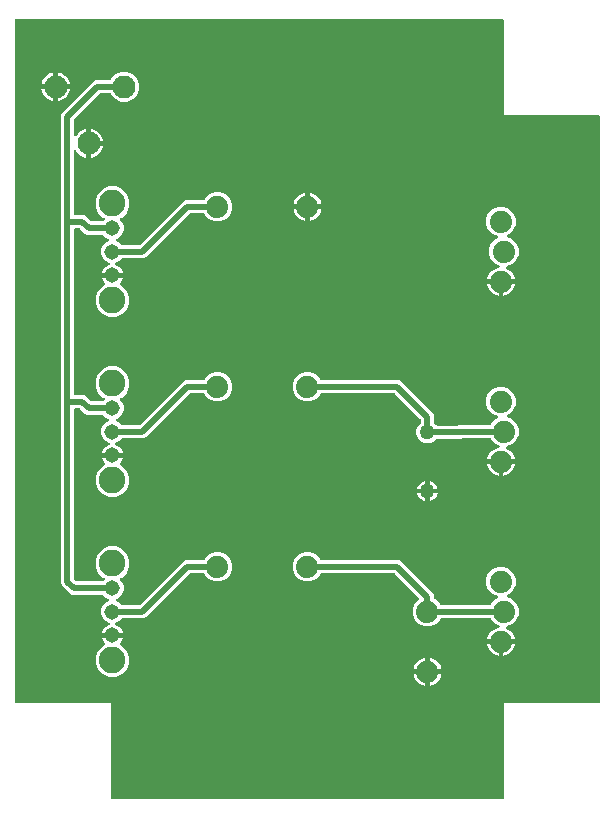
<source format=gbr>
G04 EAGLE Gerber RS-274X export*
G75*
%MOMM*%
%FSLAX34Y34*%
%LPD*%
%INTop Copper*%
%IPPOS*%
%AMOC8*
5,1,8,0,0,1.08239X$1,22.5*%
G01*
%ADD10C,1.258000*%
%ADD11C,1.950000*%
%ADD12C,1.879600*%
%ADD13C,1.308000*%
%ADD14C,2.250000*%
%ADD15C,0.508000*%
%ADD16C,0.756400*%

G36*
X419158Y6105D02*
X419158Y6105D01*
X419216Y6103D01*
X419298Y6125D01*
X419382Y6137D01*
X419435Y6160D01*
X419491Y6175D01*
X419564Y6218D01*
X419641Y6253D01*
X419686Y6291D01*
X419736Y6320D01*
X419794Y6382D01*
X419858Y6436D01*
X419890Y6485D01*
X419930Y6528D01*
X419969Y6603D01*
X420016Y6673D01*
X420033Y6729D01*
X420060Y6781D01*
X420071Y6849D01*
X420101Y6944D01*
X420104Y7044D01*
X420115Y7112D01*
X420115Y87885D01*
X500888Y87885D01*
X500946Y87893D01*
X501004Y87891D01*
X501086Y87913D01*
X501170Y87925D01*
X501223Y87949D01*
X501279Y87963D01*
X501352Y88006D01*
X501429Y88041D01*
X501474Y88079D01*
X501524Y88109D01*
X501582Y88170D01*
X501646Y88225D01*
X501678Y88273D01*
X501718Y88316D01*
X501757Y88391D01*
X501804Y88461D01*
X501821Y88517D01*
X501848Y88569D01*
X501859Y88637D01*
X501889Y88732D01*
X501892Y88832D01*
X501903Y88900D01*
X501903Y584200D01*
X501895Y584258D01*
X501897Y584316D01*
X501875Y584398D01*
X501863Y584482D01*
X501840Y584535D01*
X501825Y584591D01*
X501782Y584664D01*
X501747Y584741D01*
X501709Y584786D01*
X501680Y584836D01*
X501618Y584894D01*
X501564Y584958D01*
X501515Y584990D01*
X501472Y585030D01*
X501397Y585069D01*
X501327Y585116D01*
X501271Y585133D01*
X501219Y585160D01*
X501151Y585171D01*
X501056Y585201D01*
X500956Y585204D01*
X500888Y585215D01*
X420115Y585215D01*
X420115Y665988D01*
X420107Y666046D01*
X420109Y666104D01*
X420087Y666186D01*
X420075Y666270D01*
X420052Y666323D01*
X420037Y666379D01*
X419994Y666452D01*
X419959Y666529D01*
X419921Y666574D01*
X419892Y666624D01*
X419830Y666682D01*
X419776Y666746D01*
X419727Y666778D01*
X419684Y666818D01*
X419609Y666857D01*
X419539Y666904D01*
X419483Y666921D01*
X419431Y666948D01*
X419363Y666959D01*
X419268Y666989D01*
X419168Y666992D01*
X419100Y667003D01*
X7112Y667003D01*
X7054Y666995D01*
X6996Y666997D01*
X6914Y666975D01*
X6830Y666963D01*
X6777Y666940D01*
X6721Y666925D01*
X6648Y666882D01*
X6571Y666847D01*
X6526Y666809D01*
X6476Y666780D01*
X6418Y666718D01*
X6354Y666664D01*
X6322Y666615D01*
X6282Y666572D01*
X6243Y666497D01*
X6196Y666427D01*
X6179Y666371D01*
X6152Y666319D01*
X6141Y666251D01*
X6111Y666156D01*
X6108Y666056D01*
X6097Y665988D01*
X6097Y88900D01*
X6105Y88842D01*
X6103Y88784D01*
X6125Y88702D01*
X6137Y88619D01*
X6160Y88565D01*
X6175Y88509D01*
X6218Y88436D01*
X6253Y88359D01*
X6291Y88314D01*
X6320Y88264D01*
X6382Y88206D01*
X6436Y88142D01*
X6485Y88110D01*
X6528Y88070D01*
X6603Y88031D01*
X6673Y87985D01*
X6729Y87967D01*
X6781Y87940D01*
X6849Y87929D01*
X6944Y87899D01*
X7044Y87896D01*
X7112Y87885D01*
X87885Y87885D01*
X87885Y7112D01*
X87893Y7054D01*
X87891Y6996D01*
X87913Y6914D01*
X87925Y6830D01*
X87949Y6777D01*
X87963Y6721D01*
X88006Y6648D01*
X88041Y6571D01*
X88079Y6526D01*
X88109Y6476D01*
X88170Y6418D01*
X88225Y6354D01*
X88273Y6322D01*
X88316Y6282D01*
X88391Y6243D01*
X88461Y6196D01*
X88517Y6179D01*
X88569Y6152D01*
X88637Y6141D01*
X88732Y6111D01*
X88832Y6108D01*
X88900Y6097D01*
X419100Y6097D01*
X419158Y6105D01*
G37*
%LPC*%
G36*
X88891Y146366D02*
X88891Y146366D01*
X88867Y146419D01*
X88853Y146475D01*
X88809Y146548D01*
X88775Y146625D01*
X88737Y146670D01*
X88707Y146720D01*
X88646Y146778D01*
X88591Y146842D01*
X88543Y146874D01*
X88500Y146914D01*
X88425Y146953D01*
X88355Y147000D01*
X88299Y147017D01*
X88247Y147044D01*
X88179Y147055D01*
X88084Y147085D01*
X87984Y147088D01*
X87916Y147099D01*
X80039Y147099D01*
X80168Y147749D01*
X80853Y149401D01*
X81847Y150889D01*
X83111Y152153D01*
X84599Y153147D01*
X86344Y153870D01*
X86453Y153905D01*
X86464Y153913D01*
X86477Y153917D01*
X86582Y153992D01*
X86689Y154063D01*
X86697Y154074D01*
X86709Y154082D01*
X86789Y154182D01*
X86872Y154281D01*
X86877Y154293D01*
X86886Y154304D01*
X86935Y154423D01*
X86987Y154541D01*
X86989Y154554D01*
X86994Y154567D01*
X87008Y154695D01*
X87026Y154822D01*
X87024Y154836D01*
X87026Y154850D01*
X87004Y154976D01*
X86985Y155104D01*
X86980Y155116D01*
X86977Y155130D01*
X86921Y155246D01*
X86868Y155363D01*
X86859Y155373D01*
X86853Y155386D01*
X86767Y155481D01*
X86684Y155579D01*
X86673Y155586D01*
X86663Y155597D01*
X86422Y155747D01*
X86409Y155751D01*
X86399Y155757D01*
X83468Y156971D01*
X80771Y159668D01*
X79311Y163193D01*
X79311Y167007D01*
X80771Y170532D01*
X83468Y173229D01*
X85721Y174162D01*
X85746Y174177D01*
X85774Y174186D01*
X85869Y174249D01*
X85966Y174307D01*
X85986Y174328D01*
X86010Y174344D01*
X86083Y174431D01*
X86161Y174513D01*
X86175Y174539D01*
X86193Y174562D01*
X86240Y174665D01*
X86291Y174766D01*
X86297Y174795D01*
X86309Y174822D01*
X86324Y174934D01*
X86346Y175045D01*
X86344Y175074D01*
X86348Y175103D01*
X86332Y175215D01*
X86322Y175328D01*
X86311Y175356D01*
X86307Y175384D01*
X86261Y175487D01*
X86220Y175593D01*
X86202Y175617D01*
X86190Y175644D01*
X86117Y175730D01*
X86048Y175820D01*
X86025Y175838D01*
X86006Y175860D01*
X85939Y175902D01*
X85821Y175990D01*
X85762Y176012D01*
X85721Y176038D01*
X83468Y176971D01*
X81226Y179214D01*
X81156Y179266D01*
X81092Y179326D01*
X81042Y179352D01*
X80998Y179385D01*
X80917Y179416D01*
X80839Y179456D01*
X80791Y179464D01*
X80733Y179486D01*
X80585Y179498D01*
X80508Y179511D01*
X55088Y179511D01*
X53034Y180362D01*
X46062Y187334D01*
X45211Y189388D01*
X45211Y585312D01*
X46062Y587366D01*
X73034Y614338D01*
X75088Y615189D01*
X86683Y615189D01*
X86685Y615189D01*
X86686Y615189D01*
X86827Y615209D01*
X86965Y615229D01*
X86966Y615229D01*
X86968Y615229D01*
X87096Y615287D01*
X87224Y615345D01*
X87225Y615346D01*
X87227Y615347D01*
X87334Y615438D01*
X87441Y615528D01*
X87442Y615530D01*
X87443Y615531D01*
X87451Y615544D01*
X87599Y615765D01*
X87608Y615794D01*
X87621Y615815D01*
X88050Y616850D01*
X91650Y620450D01*
X96354Y622399D01*
X101446Y622399D01*
X106150Y620450D01*
X109750Y616850D01*
X111699Y612146D01*
X111699Y607054D01*
X109750Y602350D01*
X106150Y598750D01*
X101446Y596801D01*
X96354Y596801D01*
X91650Y598750D01*
X88050Y602350D01*
X87621Y603385D01*
X87620Y603386D01*
X87620Y603387D01*
X87552Y603503D01*
X87477Y603629D01*
X87476Y603630D01*
X87475Y603632D01*
X87371Y603729D01*
X87270Y603825D01*
X87269Y603825D01*
X87268Y603826D01*
X87142Y603891D01*
X87017Y603955D01*
X87016Y603955D01*
X87014Y603956D01*
X87000Y603958D01*
X86738Y604010D01*
X86708Y604007D01*
X86683Y604011D01*
X78935Y604011D01*
X78849Y603999D01*
X78761Y603996D01*
X78709Y603979D01*
X78654Y603971D01*
X78574Y603936D01*
X78491Y603909D01*
X78452Y603881D01*
X78395Y603855D01*
X78281Y603759D01*
X78218Y603714D01*
X56686Y582182D01*
X56634Y582113D01*
X56574Y582049D01*
X56548Y581999D01*
X56515Y581955D01*
X56484Y581874D01*
X56444Y581796D01*
X56436Y581748D01*
X56414Y581690D01*
X56402Y581542D01*
X56389Y581465D01*
X56389Y568347D01*
X56395Y568301D01*
X56393Y568255D01*
X56415Y568161D01*
X56429Y568065D01*
X56447Y568023D01*
X56458Y567978D01*
X56505Y567894D01*
X56545Y567806D01*
X56575Y567771D01*
X56597Y567730D01*
X56666Y567662D01*
X56728Y567589D01*
X56767Y567563D01*
X56800Y567531D01*
X56885Y567485D01*
X56965Y567431D01*
X57009Y567417D01*
X57050Y567395D01*
X57144Y567375D01*
X57236Y567345D01*
X57282Y567344D01*
X57328Y567334D01*
X57424Y567341D01*
X57520Y567338D01*
X57565Y567350D01*
X57611Y567353D01*
X57702Y567386D01*
X57795Y567410D01*
X57835Y567434D01*
X57879Y567449D01*
X57957Y567506D01*
X58040Y567555D01*
X58071Y567589D01*
X58109Y567616D01*
X58154Y567677D01*
X58234Y567763D01*
X58272Y567837D01*
X58309Y567886D01*
X58388Y568042D01*
X59525Y569607D01*
X60893Y570975D01*
X62458Y572112D01*
X64182Y572990D01*
X66022Y573588D01*
X66869Y573722D01*
X66869Y562616D01*
X66877Y562558D01*
X66875Y562500D01*
X66897Y562418D01*
X66909Y562335D01*
X66933Y562281D01*
X66947Y562225D01*
X66990Y562152D01*
X67025Y562075D01*
X67063Y562031D01*
X67093Y561980D01*
X67154Y561923D01*
X67209Y561858D01*
X67257Y561826D01*
X67300Y561786D01*
X67375Y561747D01*
X67445Y561701D01*
X67501Y561683D01*
X67553Y561656D01*
X67621Y561645D01*
X67716Y561615D01*
X67816Y561612D01*
X67884Y561601D01*
X68901Y561601D01*
X68901Y561599D01*
X67884Y561599D01*
X67826Y561591D01*
X67768Y561592D01*
X67686Y561571D01*
X67603Y561559D01*
X67549Y561535D01*
X67493Y561521D01*
X67420Y561478D01*
X67343Y561443D01*
X67298Y561405D01*
X67248Y561375D01*
X67190Y561314D01*
X67126Y561259D01*
X67094Y561211D01*
X67054Y561168D01*
X67015Y561093D01*
X66969Y561023D01*
X66951Y560967D01*
X66924Y560915D01*
X66913Y560847D01*
X66883Y560752D01*
X66880Y560652D01*
X66869Y560584D01*
X66869Y549478D01*
X66022Y549612D01*
X64182Y550210D01*
X62458Y551088D01*
X60893Y552225D01*
X59525Y553593D01*
X58388Y555158D01*
X58309Y555314D01*
X58282Y555352D01*
X58263Y555394D01*
X58201Y555468D01*
X58145Y555547D01*
X58109Y555576D01*
X58079Y555611D01*
X57999Y555665D01*
X57924Y555725D01*
X57881Y555743D01*
X57843Y555769D01*
X57751Y555798D01*
X57662Y555835D01*
X57616Y555841D01*
X57572Y555855D01*
X57475Y555857D01*
X57379Y555868D01*
X57334Y555861D01*
X57288Y555862D01*
X57194Y555838D01*
X57099Y555822D01*
X57057Y555802D01*
X57013Y555790D01*
X56930Y555741D01*
X56843Y555699D01*
X56808Y555668D01*
X56768Y555645D01*
X56702Y555575D01*
X56630Y555510D01*
X56605Y555471D01*
X56574Y555437D01*
X56530Y555352D01*
X56478Y555270D01*
X56465Y555226D01*
X56444Y555184D01*
X56432Y555110D01*
X56399Y554997D01*
X56399Y554913D01*
X56389Y554853D01*
X56389Y501904D01*
X56397Y501846D01*
X56395Y501788D01*
X56417Y501706D01*
X56429Y501622D01*
X56452Y501569D01*
X56467Y501513D01*
X56510Y501440D01*
X56545Y501363D01*
X56583Y501318D01*
X56612Y501268D01*
X56674Y501210D01*
X56728Y501146D01*
X56777Y501114D01*
X56820Y501074D01*
X56895Y501035D01*
X56965Y500988D01*
X57021Y500971D01*
X57073Y500944D01*
X57141Y500933D01*
X57236Y500903D01*
X57336Y500900D01*
X57404Y500889D01*
X64612Y500889D01*
X66666Y500038D01*
X70918Y495786D01*
X70987Y495734D01*
X71051Y495674D01*
X71101Y495648D01*
X71145Y495615D01*
X71226Y495584D01*
X71304Y495544D01*
X71352Y495536D01*
X71410Y495514D01*
X71558Y495502D01*
X71635Y495489D01*
X80508Y495489D01*
X80594Y495501D01*
X80682Y495504D01*
X80734Y495521D01*
X80789Y495529D01*
X80869Y495564D01*
X80952Y495591D01*
X80992Y495619D01*
X81049Y495645D01*
X81162Y495741D01*
X81226Y495786D01*
X82142Y496703D01*
X82211Y496794D01*
X82285Y496882D01*
X82297Y496908D01*
X82313Y496930D01*
X82354Y497037D01*
X82401Y497142D01*
X82405Y497170D01*
X82414Y497196D01*
X82424Y497310D01*
X82440Y497424D01*
X82436Y497451D01*
X82438Y497479D01*
X82415Y497592D01*
X82399Y497705D01*
X82388Y497730D01*
X82382Y497758D01*
X82329Y497860D01*
X82282Y497964D01*
X82264Y497985D01*
X82251Y498010D01*
X82172Y498093D01*
X82098Y498181D01*
X82076Y498194D01*
X82055Y498216D01*
X81826Y498351D01*
X81813Y498359D01*
X80800Y498778D01*
X76778Y502800D01*
X74601Y508056D01*
X74601Y513744D01*
X76778Y519000D01*
X80800Y523022D01*
X86056Y525199D01*
X91744Y525199D01*
X97000Y523022D01*
X101022Y519000D01*
X103199Y513744D01*
X103199Y508056D01*
X101022Y502800D01*
X97000Y498778D01*
X95987Y498359D01*
X95888Y498300D01*
X95786Y498247D01*
X95766Y498228D01*
X95742Y498214D01*
X95663Y498131D01*
X95580Y498052D01*
X95566Y498028D01*
X95547Y498008D01*
X95494Y497905D01*
X95436Y497806D01*
X95430Y497780D01*
X95417Y497755D01*
X95395Y497642D01*
X95366Y497531D01*
X95367Y497503D01*
X95362Y497476D01*
X95372Y497361D01*
X95375Y497247D01*
X95384Y497220D01*
X95386Y497193D01*
X95427Y497086D01*
X95463Y496976D01*
X95477Y496956D01*
X95488Y496927D01*
X95649Y496716D01*
X95658Y496703D01*
X97029Y495332D01*
X98489Y491807D01*
X98489Y487993D01*
X97029Y484468D01*
X94332Y481771D01*
X92079Y480838D01*
X92054Y480823D01*
X92026Y480814D01*
X91932Y480751D01*
X91834Y480693D01*
X91814Y480672D01*
X91790Y480656D01*
X91717Y480569D01*
X91639Y480487D01*
X91625Y480461D01*
X91607Y480438D01*
X91561Y480335D01*
X91509Y480234D01*
X91503Y480205D01*
X91491Y480178D01*
X91476Y480066D01*
X91454Y479955D01*
X91456Y479926D01*
X91452Y479897D01*
X91468Y479785D01*
X91478Y479672D01*
X91489Y479645D01*
X91493Y479615D01*
X91539Y479512D01*
X91580Y479407D01*
X91598Y479383D01*
X91610Y479356D01*
X91683Y479270D01*
X91752Y479180D01*
X91775Y479162D01*
X91794Y479140D01*
X91861Y479098D01*
X91979Y479010D01*
X92038Y478988D01*
X92079Y478962D01*
X94332Y478029D01*
X96574Y475786D01*
X96644Y475734D01*
X96708Y475674D01*
X96757Y475648D01*
X96802Y475615D01*
X96883Y475584D01*
X96961Y475544D01*
X97009Y475536D01*
X97067Y475514D01*
X97215Y475502D01*
X97292Y475489D01*
X111565Y475489D01*
X111651Y475501D01*
X111739Y475504D01*
X111791Y475521D01*
X111846Y475529D01*
X111926Y475564D01*
X112009Y475591D01*
X112048Y475619D01*
X112105Y475645D01*
X112219Y475741D01*
X112282Y475786D01*
X149234Y512738D01*
X151288Y513589D01*
X165964Y513589D01*
X165966Y513589D01*
X165967Y513589D01*
X166108Y513609D01*
X166246Y513629D01*
X166247Y513629D01*
X166249Y513629D01*
X166377Y513687D01*
X166505Y513745D01*
X166506Y513746D01*
X166508Y513747D01*
X166615Y513838D01*
X166722Y513928D01*
X166723Y513930D01*
X166724Y513931D01*
X166732Y513944D01*
X166880Y514165D01*
X166889Y514194D01*
X166902Y514215D01*
X167248Y515051D01*
X170749Y518552D01*
X175324Y520447D01*
X180276Y520447D01*
X184851Y518552D01*
X188352Y515051D01*
X190247Y510476D01*
X190247Y505524D01*
X188352Y500949D01*
X184851Y497448D01*
X180276Y495553D01*
X175324Y495553D01*
X170749Y497448D01*
X167248Y500949D01*
X166902Y501785D01*
X166901Y501786D01*
X166901Y501787D01*
X166832Y501904D01*
X166758Y502029D01*
X166757Y502030D01*
X166756Y502032D01*
X166652Y502129D01*
X166551Y502225D01*
X166550Y502225D01*
X166549Y502226D01*
X166423Y502291D01*
X166298Y502355D01*
X166297Y502355D01*
X166295Y502356D01*
X166281Y502358D01*
X166019Y502410D01*
X165989Y502407D01*
X165964Y502411D01*
X155135Y502411D01*
X155049Y502399D01*
X154961Y502396D01*
X154909Y502379D01*
X154854Y502371D01*
X154774Y502336D01*
X154691Y502309D01*
X154652Y502281D01*
X154595Y502255D01*
X154481Y502159D01*
X154418Y502114D01*
X117466Y465162D01*
X115412Y464311D01*
X97292Y464311D01*
X97206Y464299D01*
X97118Y464296D01*
X97066Y464279D01*
X97011Y464271D01*
X96931Y464236D01*
X96848Y464209D01*
X96808Y464181D01*
X96751Y464155D01*
X96638Y464059D01*
X96574Y464014D01*
X94332Y461771D01*
X91401Y460557D01*
X91290Y460492D01*
X91177Y460429D01*
X91168Y460420D01*
X91156Y460413D01*
X91067Y460319D01*
X90977Y460228D01*
X90970Y460216D01*
X90961Y460206D01*
X90902Y460092D01*
X90840Y459979D01*
X90837Y459965D01*
X90830Y459953D01*
X90806Y459827D01*
X90777Y459701D01*
X90778Y459688D01*
X90775Y459674D01*
X90786Y459546D01*
X90794Y459418D01*
X90799Y459405D01*
X90800Y459391D01*
X90846Y459271D01*
X90889Y459150D01*
X90897Y459138D01*
X90902Y459126D01*
X90979Y459023D01*
X91054Y458918D01*
X91065Y458910D01*
X91074Y458899D01*
X91176Y458822D01*
X91278Y458742D01*
X91289Y458738D01*
X91301Y458729D01*
X91456Y458670D01*
X93201Y457947D01*
X94689Y456953D01*
X95953Y455689D01*
X96947Y454201D01*
X97632Y452549D01*
X97761Y451899D01*
X89884Y451899D01*
X89826Y451891D01*
X89768Y451893D01*
X89686Y451871D01*
X89603Y451859D01*
X89549Y451836D01*
X89493Y451821D01*
X89420Y451778D01*
X89343Y451743D01*
X89299Y451705D01*
X89248Y451676D01*
X89191Y451614D01*
X89126Y451560D01*
X89094Y451511D01*
X89054Y451468D01*
X89015Y451393D01*
X88969Y451323D01*
X88951Y451267D01*
X88924Y451215D01*
X88913Y451147D01*
X88900Y451105D01*
X88891Y451166D01*
X88867Y451219D01*
X88853Y451275D01*
X88809Y451348D01*
X88775Y451425D01*
X88737Y451470D01*
X88707Y451520D01*
X88646Y451578D01*
X88591Y451642D01*
X88543Y451674D01*
X88500Y451714D01*
X88425Y451753D01*
X88355Y451800D01*
X88299Y451817D01*
X88247Y451844D01*
X88179Y451855D01*
X88084Y451885D01*
X87984Y451888D01*
X87916Y451899D01*
X80039Y451899D01*
X80168Y452549D01*
X80853Y454201D01*
X81847Y455689D01*
X83111Y456953D01*
X84599Y457947D01*
X86344Y458670D01*
X86453Y458705D01*
X86464Y458713D01*
X86477Y458717D01*
X86582Y458792D01*
X86689Y458863D01*
X86697Y458874D01*
X86709Y458882D01*
X86789Y458982D01*
X86872Y459081D01*
X86877Y459093D01*
X86886Y459104D01*
X86935Y459223D01*
X86987Y459341D01*
X86989Y459354D01*
X86994Y459367D01*
X87008Y459495D01*
X87026Y459622D01*
X87024Y459636D01*
X87026Y459649D01*
X87004Y459776D01*
X86985Y459904D01*
X86980Y459916D01*
X86977Y459930D01*
X86921Y460046D01*
X86868Y460163D01*
X86859Y460173D01*
X86853Y460185D01*
X86767Y460281D01*
X86684Y460379D01*
X86673Y460386D01*
X86663Y460397D01*
X86422Y460547D01*
X86409Y460551D01*
X86399Y460557D01*
X83468Y461771D01*
X80771Y464468D01*
X79311Y467993D01*
X79311Y471807D01*
X80771Y475332D01*
X83468Y478029D01*
X85721Y478962D01*
X85746Y478977D01*
X85774Y478986D01*
X85869Y479049D01*
X85966Y479107D01*
X85986Y479128D01*
X86010Y479144D01*
X86083Y479231D01*
X86161Y479313D01*
X86175Y479339D01*
X86193Y479362D01*
X86240Y479465D01*
X86291Y479566D01*
X86297Y479595D01*
X86309Y479622D01*
X86324Y479734D01*
X86346Y479845D01*
X86344Y479874D01*
X86348Y479903D01*
X86332Y480015D01*
X86322Y480128D01*
X86311Y480156D01*
X86307Y480184D01*
X86261Y480287D01*
X86220Y480393D01*
X86202Y480417D01*
X86190Y480444D01*
X86117Y480530D01*
X86048Y480620D01*
X86025Y480638D01*
X86006Y480660D01*
X85939Y480702D01*
X85821Y480790D01*
X85762Y480812D01*
X85721Y480838D01*
X83468Y481771D01*
X81226Y484014D01*
X81156Y484066D01*
X81092Y484126D01*
X81043Y484152D01*
X80998Y484185D01*
X80917Y484216D01*
X80839Y484256D01*
X80791Y484264D01*
X80733Y484286D01*
X80585Y484298D01*
X80508Y484311D01*
X67788Y484311D01*
X65734Y485162D01*
X61482Y489414D01*
X61413Y489466D01*
X61349Y489526D01*
X61299Y489552D01*
X61255Y489585D01*
X61174Y489616D01*
X61096Y489656D01*
X61048Y489664D01*
X60990Y489686D01*
X60842Y489698D01*
X60765Y489711D01*
X57404Y489711D01*
X57346Y489703D01*
X57288Y489705D01*
X57206Y489683D01*
X57122Y489671D01*
X57069Y489648D01*
X57013Y489633D01*
X56940Y489590D01*
X56863Y489555D01*
X56818Y489517D01*
X56768Y489488D01*
X56710Y489426D01*
X56646Y489372D01*
X56614Y489323D01*
X56574Y489280D01*
X56535Y489205D01*
X56488Y489135D01*
X56471Y489079D01*
X56444Y489027D01*
X56433Y488959D01*
X56403Y488864D01*
X56400Y488764D01*
X56389Y488696D01*
X56389Y349504D01*
X56397Y349446D01*
X56395Y349388D01*
X56417Y349306D01*
X56429Y349222D01*
X56452Y349169D01*
X56467Y349113D01*
X56510Y349040D01*
X56545Y348963D01*
X56583Y348918D01*
X56612Y348868D01*
X56674Y348810D01*
X56728Y348746D01*
X56777Y348714D01*
X56820Y348674D01*
X56895Y348635D01*
X56965Y348588D01*
X57021Y348571D01*
X57073Y348544D01*
X57141Y348533D01*
X57236Y348503D01*
X57336Y348500D01*
X57404Y348489D01*
X64612Y348489D01*
X66666Y347638D01*
X70918Y343386D01*
X70987Y343334D01*
X71051Y343274D01*
X71101Y343248D01*
X71145Y343215D01*
X71226Y343184D01*
X71304Y343144D01*
X71352Y343136D01*
X71410Y343114D01*
X71558Y343102D01*
X71635Y343089D01*
X80508Y343089D01*
X80594Y343101D01*
X80682Y343104D01*
X80734Y343121D01*
X80789Y343129D01*
X80869Y343164D01*
X80952Y343191D01*
X80991Y343219D01*
X81049Y343245D01*
X81162Y343341D01*
X81226Y343386D01*
X82142Y344303D01*
X82211Y344395D01*
X82285Y344482D01*
X82297Y344508D01*
X82313Y344530D01*
X82354Y344637D01*
X82401Y344742D01*
X82405Y344770D01*
X82414Y344796D01*
X82424Y344910D01*
X82440Y345024D01*
X82436Y345051D01*
X82438Y345079D01*
X82415Y345191D01*
X82399Y345305D01*
X82388Y345330D01*
X82382Y345358D01*
X82329Y345460D01*
X82282Y345564D01*
X82264Y345585D01*
X82251Y345610D01*
X82172Y345693D01*
X82098Y345781D01*
X82076Y345794D01*
X82055Y345816D01*
X81826Y345951D01*
X81813Y345959D01*
X80800Y346378D01*
X76778Y350400D01*
X74601Y355656D01*
X74601Y361344D01*
X76778Y366600D01*
X80800Y370622D01*
X86056Y372799D01*
X91744Y372799D01*
X97000Y370622D01*
X101022Y366600D01*
X103199Y361344D01*
X103199Y355656D01*
X101022Y350400D01*
X97000Y346378D01*
X95987Y345959D01*
X95888Y345900D01*
X95786Y345847D01*
X95766Y345828D01*
X95742Y345814D01*
X95663Y345731D01*
X95580Y345652D01*
X95566Y345628D01*
X95547Y345608D01*
X95494Y345505D01*
X95436Y345406D01*
X95430Y345380D01*
X95417Y345355D01*
X95395Y345242D01*
X95366Y345131D01*
X95367Y345103D01*
X95362Y345076D01*
X95372Y344961D01*
X95375Y344847D01*
X95384Y344820D01*
X95386Y344793D01*
X95427Y344686D01*
X95463Y344576D01*
X95477Y344556D01*
X95488Y344527D01*
X95649Y344316D01*
X95658Y344303D01*
X97029Y342932D01*
X98489Y339407D01*
X98489Y335593D01*
X97029Y332068D01*
X94332Y329371D01*
X92079Y328438D01*
X92054Y328423D01*
X92026Y328414D01*
X91932Y328351D01*
X91834Y328293D01*
X91814Y328272D01*
X91790Y328256D01*
X91717Y328169D01*
X91639Y328087D01*
X91625Y328061D01*
X91607Y328038D01*
X91561Y327935D01*
X91509Y327834D01*
X91503Y327805D01*
X91491Y327778D01*
X91476Y327666D01*
X91454Y327555D01*
X91456Y327526D01*
X91452Y327497D01*
X91468Y327385D01*
X91478Y327272D01*
X91489Y327245D01*
X91493Y327215D01*
X91539Y327112D01*
X91580Y327007D01*
X91598Y326983D01*
X91610Y326956D01*
X91683Y326870D01*
X91752Y326780D01*
X91775Y326762D01*
X91794Y326740D01*
X91861Y326698D01*
X91979Y326610D01*
X92038Y326588D01*
X92079Y326562D01*
X94332Y325629D01*
X96574Y323386D01*
X96644Y323334D01*
X96708Y323274D01*
X96757Y323248D01*
X96802Y323215D01*
X96883Y323184D01*
X96961Y323144D01*
X97009Y323136D01*
X97067Y323114D01*
X97215Y323102D01*
X97292Y323089D01*
X111565Y323089D01*
X111651Y323101D01*
X111739Y323104D01*
X111791Y323121D01*
X111846Y323129D01*
X111926Y323164D01*
X112009Y323191D01*
X112048Y323219D01*
X112105Y323245D01*
X112219Y323341D01*
X112282Y323386D01*
X149234Y360338D01*
X151288Y361189D01*
X165964Y361189D01*
X165966Y361189D01*
X165967Y361189D01*
X166108Y361209D01*
X166246Y361229D01*
X166247Y361229D01*
X166249Y361229D01*
X166377Y361287D01*
X166505Y361345D01*
X166506Y361346D01*
X166508Y361347D01*
X166615Y361438D01*
X166722Y361528D01*
X166723Y361530D01*
X166724Y361531D01*
X166732Y361544D01*
X166880Y361765D01*
X166889Y361794D01*
X166902Y361815D01*
X167248Y362651D01*
X170749Y366152D01*
X175324Y368047D01*
X180276Y368047D01*
X184851Y366152D01*
X188352Y362651D01*
X190247Y358076D01*
X190247Y353124D01*
X188352Y348549D01*
X184851Y345048D01*
X180276Y343153D01*
X175324Y343153D01*
X170749Y345048D01*
X167248Y348549D01*
X166902Y349385D01*
X166901Y349386D01*
X166901Y349387D01*
X166832Y349504D01*
X166758Y349629D01*
X166757Y349630D01*
X166756Y349632D01*
X166652Y349729D01*
X166551Y349825D01*
X166550Y349825D01*
X166549Y349826D01*
X166423Y349891D01*
X166298Y349955D01*
X166297Y349955D01*
X166295Y349956D01*
X166281Y349958D01*
X166019Y350010D01*
X165989Y350007D01*
X165964Y350011D01*
X155135Y350011D01*
X155049Y349999D01*
X154961Y349996D01*
X154909Y349979D01*
X154854Y349971D01*
X154774Y349936D01*
X154691Y349909D01*
X154652Y349881D01*
X154595Y349855D01*
X154481Y349759D01*
X154418Y349714D01*
X117466Y312762D01*
X115412Y311911D01*
X97292Y311911D01*
X97206Y311899D01*
X97118Y311896D01*
X97066Y311879D01*
X97011Y311871D01*
X96931Y311836D01*
X96848Y311809D01*
X96808Y311781D01*
X96751Y311755D01*
X96638Y311659D01*
X96574Y311614D01*
X94332Y309371D01*
X91401Y308157D01*
X91290Y308092D01*
X91177Y308029D01*
X91168Y308020D01*
X91156Y308013D01*
X91068Y307919D01*
X90977Y307828D01*
X90970Y307816D01*
X90961Y307806D01*
X90902Y307691D01*
X90840Y307579D01*
X90837Y307565D01*
X90830Y307553D01*
X90806Y307427D01*
X90777Y307301D01*
X90778Y307288D01*
X90775Y307274D01*
X90787Y307146D01*
X90794Y307018D01*
X90799Y307005D01*
X90800Y306991D01*
X90846Y306871D01*
X90889Y306750D01*
X90897Y306739D01*
X90902Y306726D01*
X90979Y306623D01*
X91054Y306518D01*
X91065Y306510D01*
X91074Y306499D01*
X91176Y306422D01*
X91277Y306342D01*
X91289Y306338D01*
X91301Y306329D01*
X91456Y306271D01*
X91456Y306270D01*
X93201Y305547D01*
X94689Y304553D01*
X95953Y303289D01*
X96947Y301801D01*
X97632Y300149D01*
X97761Y299499D01*
X89884Y299499D01*
X89826Y299491D01*
X89768Y299493D01*
X89686Y299471D01*
X89603Y299459D01*
X89549Y299436D01*
X89493Y299421D01*
X89420Y299378D01*
X89343Y299343D01*
X89299Y299305D01*
X89248Y299276D01*
X89191Y299214D01*
X89126Y299160D01*
X89094Y299111D01*
X89054Y299068D01*
X89015Y298993D01*
X88969Y298923D01*
X88951Y298867D01*
X88924Y298815D01*
X88913Y298747D01*
X88900Y298705D01*
X88891Y298766D01*
X88867Y298819D01*
X88853Y298875D01*
X88809Y298948D01*
X88775Y299025D01*
X88737Y299070D01*
X88707Y299120D01*
X88646Y299178D01*
X88591Y299242D01*
X88543Y299274D01*
X88500Y299314D01*
X88425Y299353D01*
X88355Y299400D01*
X88299Y299417D01*
X88247Y299444D01*
X88179Y299455D01*
X88084Y299485D01*
X87984Y299488D01*
X87916Y299499D01*
X80039Y299499D01*
X80168Y300149D01*
X80853Y301801D01*
X81847Y303289D01*
X83111Y304553D01*
X84599Y305547D01*
X86344Y306270D01*
X86453Y306305D01*
X86464Y306313D01*
X86477Y306317D01*
X86582Y306392D01*
X86689Y306463D01*
X86697Y306474D01*
X86709Y306482D01*
X86789Y306582D01*
X86872Y306681D01*
X86877Y306693D01*
X86886Y306704D01*
X86935Y306823D01*
X86987Y306941D01*
X86989Y306954D01*
X86994Y306967D01*
X87008Y307095D01*
X87026Y307222D01*
X87024Y307236D01*
X87026Y307250D01*
X87004Y307376D01*
X86985Y307504D01*
X86980Y307516D01*
X86977Y307530D01*
X86921Y307646D01*
X86868Y307763D01*
X86859Y307773D01*
X86853Y307786D01*
X86767Y307881D01*
X86684Y307979D01*
X86673Y307986D01*
X86663Y307997D01*
X86422Y308147D01*
X86409Y308151D01*
X86399Y308157D01*
X83468Y309371D01*
X80771Y312068D01*
X79311Y315593D01*
X79311Y319407D01*
X80771Y322932D01*
X83468Y325629D01*
X85721Y326562D01*
X85746Y326577D01*
X85774Y326586D01*
X85869Y326649D01*
X85966Y326707D01*
X85986Y326728D01*
X86010Y326744D01*
X86083Y326831D01*
X86161Y326913D01*
X86175Y326939D01*
X86193Y326962D01*
X86240Y327065D01*
X86291Y327166D01*
X86297Y327195D01*
X86309Y327222D01*
X86324Y327334D01*
X86346Y327445D01*
X86344Y327474D01*
X86348Y327503D01*
X86332Y327615D01*
X86322Y327728D01*
X86311Y327756D01*
X86307Y327784D01*
X86261Y327887D01*
X86220Y327993D01*
X86202Y328017D01*
X86190Y328044D01*
X86117Y328130D01*
X86048Y328220D01*
X86025Y328238D01*
X86006Y328260D01*
X85939Y328302D01*
X85821Y328390D01*
X85762Y328412D01*
X85721Y328438D01*
X83468Y329371D01*
X81226Y331614D01*
X81156Y331666D01*
X81092Y331726D01*
X81042Y331752D01*
X80998Y331785D01*
X80917Y331816D01*
X80839Y331856D01*
X80791Y331864D01*
X80733Y331886D01*
X80585Y331898D01*
X80508Y331911D01*
X67788Y331911D01*
X65734Y332762D01*
X61482Y337014D01*
X61413Y337066D01*
X61349Y337126D01*
X61299Y337152D01*
X61255Y337185D01*
X61174Y337216D01*
X61096Y337256D01*
X61048Y337264D01*
X60990Y337286D01*
X60842Y337298D01*
X60765Y337311D01*
X57404Y337311D01*
X57346Y337303D01*
X57288Y337305D01*
X57206Y337283D01*
X57122Y337271D01*
X57069Y337248D01*
X57013Y337233D01*
X56940Y337190D01*
X56863Y337155D01*
X56818Y337117D01*
X56768Y337088D01*
X56710Y337026D01*
X56646Y336972D01*
X56614Y336923D01*
X56574Y336880D01*
X56535Y336805D01*
X56488Y336735D01*
X56471Y336679D01*
X56444Y336627D01*
X56433Y336559D01*
X56403Y336464D01*
X56400Y336364D01*
X56389Y336296D01*
X56389Y193235D01*
X56401Y193149D01*
X56404Y193061D01*
X56421Y193009D01*
X56429Y192954D01*
X56464Y192874D01*
X56491Y192791D01*
X56519Y192752D01*
X56545Y192695D01*
X56641Y192581D01*
X56686Y192518D01*
X58218Y190986D01*
X58287Y190934D01*
X58351Y190874D01*
X58401Y190848D01*
X58445Y190815D01*
X58526Y190784D01*
X58604Y190744D01*
X58652Y190736D01*
X58710Y190714D01*
X58858Y190702D01*
X58935Y190689D01*
X80508Y190689D01*
X80594Y190701D01*
X80682Y190704D01*
X80734Y190721D01*
X80789Y190729D01*
X80869Y190764D01*
X80952Y190791D01*
X80991Y190819D01*
X81049Y190845D01*
X81162Y190941D01*
X81226Y190986D01*
X82142Y191903D01*
X82211Y191995D01*
X82285Y192082D01*
X82297Y192108D01*
X82313Y192130D01*
X82354Y192237D01*
X82401Y192342D01*
X82405Y192370D01*
X82414Y192396D01*
X82424Y192510D01*
X82440Y192624D01*
X82436Y192651D01*
X82438Y192679D01*
X82415Y192791D01*
X82399Y192905D01*
X82388Y192930D01*
X82382Y192958D01*
X82329Y193060D01*
X82282Y193164D01*
X82264Y193185D01*
X82251Y193210D01*
X82172Y193293D01*
X82098Y193381D01*
X82076Y193394D01*
X82055Y193416D01*
X81826Y193551D01*
X81813Y193559D01*
X80800Y193978D01*
X76778Y198000D01*
X74601Y203256D01*
X74601Y208944D01*
X76778Y214200D01*
X80800Y218222D01*
X86056Y220399D01*
X91744Y220399D01*
X97000Y218222D01*
X101022Y214200D01*
X103199Y208944D01*
X103199Y203256D01*
X101022Y198000D01*
X97000Y193978D01*
X95987Y193559D01*
X95888Y193500D01*
X95786Y193447D01*
X95766Y193428D01*
X95742Y193414D01*
X95663Y193331D01*
X95580Y193252D01*
X95566Y193228D01*
X95547Y193208D01*
X95494Y193105D01*
X95436Y193006D01*
X95430Y192980D01*
X95417Y192955D01*
X95395Y192842D01*
X95366Y192731D01*
X95367Y192703D01*
X95362Y192676D01*
X95372Y192561D01*
X95375Y192447D01*
X95384Y192420D01*
X95386Y192393D01*
X95427Y192286D01*
X95463Y192176D01*
X95477Y192156D01*
X95488Y192127D01*
X95649Y191916D01*
X95658Y191903D01*
X97029Y190532D01*
X98489Y187007D01*
X98489Y183193D01*
X97029Y179668D01*
X94332Y176971D01*
X92079Y176038D01*
X92054Y176023D01*
X92026Y176014D01*
X91932Y175951D01*
X91834Y175893D01*
X91814Y175872D01*
X91790Y175856D01*
X91717Y175769D01*
X91639Y175687D01*
X91625Y175661D01*
X91607Y175638D01*
X91561Y175535D01*
X91509Y175434D01*
X91503Y175405D01*
X91491Y175378D01*
X91476Y175266D01*
X91454Y175155D01*
X91456Y175126D01*
X91452Y175097D01*
X91468Y174985D01*
X91478Y174872D01*
X91489Y174845D01*
X91493Y174815D01*
X91539Y174712D01*
X91580Y174607D01*
X91598Y174583D01*
X91610Y174556D01*
X91683Y174470D01*
X91752Y174380D01*
X91775Y174362D01*
X91794Y174340D01*
X91861Y174298D01*
X91979Y174210D01*
X92038Y174188D01*
X92079Y174162D01*
X94332Y173229D01*
X96574Y170986D01*
X96644Y170934D01*
X96708Y170874D01*
X96758Y170848D01*
X96802Y170815D01*
X96883Y170784D01*
X96961Y170744D01*
X97009Y170736D01*
X97067Y170714D01*
X97215Y170702D01*
X97292Y170689D01*
X111565Y170689D01*
X111651Y170701D01*
X111739Y170704D01*
X111791Y170721D01*
X111846Y170729D01*
X111926Y170764D01*
X112009Y170791D01*
X112048Y170819D01*
X112105Y170845D01*
X112219Y170941D01*
X112282Y170986D01*
X147519Y206223D01*
X149234Y207938D01*
X151288Y208789D01*
X165964Y208789D01*
X165966Y208789D01*
X165967Y208789D01*
X166108Y208809D01*
X166246Y208829D01*
X166247Y208829D01*
X166249Y208829D01*
X166377Y208887D01*
X166505Y208945D01*
X166506Y208946D01*
X166508Y208947D01*
X166615Y209038D01*
X166722Y209128D01*
X166723Y209130D01*
X166724Y209131D01*
X166732Y209144D01*
X166880Y209365D01*
X166889Y209394D01*
X166902Y209415D01*
X167248Y210251D01*
X170749Y213752D01*
X175324Y215647D01*
X180276Y215647D01*
X184851Y213752D01*
X188352Y210251D01*
X190247Y205676D01*
X190247Y200724D01*
X188352Y196149D01*
X184851Y192648D01*
X180276Y190753D01*
X175324Y190753D01*
X170749Y192648D01*
X167248Y196149D01*
X166902Y196985D01*
X166901Y196986D01*
X166901Y196987D01*
X166830Y197108D01*
X166758Y197229D01*
X166757Y197230D01*
X166756Y197232D01*
X166652Y197329D01*
X166551Y197425D01*
X166550Y197425D01*
X166549Y197426D01*
X166423Y197491D01*
X166298Y197555D01*
X166297Y197555D01*
X166295Y197556D01*
X166281Y197558D01*
X166019Y197610D01*
X165989Y197607D01*
X165964Y197611D01*
X155135Y197611D01*
X155049Y197599D01*
X154961Y197596D01*
X154909Y197579D01*
X154854Y197571D01*
X154774Y197536D01*
X154691Y197509D01*
X154652Y197481D01*
X154595Y197455D01*
X154481Y197359D01*
X154418Y197314D01*
X117466Y160362D01*
X115412Y159511D01*
X97292Y159511D01*
X97206Y159499D01*
X97118Y159496D01*
X97066Y159479D01*
X97011Y159471D01*
X96931Y159436D01*
X96848Y159409D01*
X96809Y159381D01*
X96751Y159355D01*
X96638Y159259D01*
X96574Y159214D01*
X94332Y156971D01*
X91401Y155757D01*
X91290Y155692D01*
X91177Y155629D01*
X91168Y155620D01*
X91156Y155613D01*
X91068Y155519D01*
X90977Y155428D01*
X90970Y155416D01*
X90961Y155406D01*
X90902Y155291D01*
X90840Y155179D01*
X90837Y155165D01*
X90830Y155153D01*
X90806Y155027D01*
X90777Y154901D01*
X90778Y154888D01*
X90775Y154874D01*
X90787Y154746D01*
X90794Y154618D01*
X90799Y154605D01*
X90800Y154591D01*
X90846Y154471D01*
X90889Y154350D01*
X90897Y154339D01*
X90902Y154326D01*
X90979Y154223D01*
X91054Y154118D01*
X91065Y154110D01*
X91074Y154099D01*
X91176Y154022D01*
X91277Y153942D01*
X91289Y153938D01*
X91301Y153929D01*
X91456Y153871D01*
X91456Y153870D01*
X93201Y153147D01*
X94689Y152153D01*
X95953Y150889D01*
X96947Y149401D01*
X97632Y147749D01*
X97761Y147099D01*
X89884Y147099D01*
X89826Y147091D01*
X89768Y147093D01*
X89686Y147071D01*
X89603Y147059D01*
X89549Y147036D01*
X89493Y147021D01*
X89420Y146978D01*
X89343Y146943D01*
X89299Y146905D01*
X89248Y146876D01*
X89191Y146814D01*
X89126Y146760D01*
X89094Y146711D01*
X89054Y146668D01*
X89015Y146593D01*
X88969Y146523D01*
X88951Y146467D01*
X88924Y146415D01*
X88913Y146347D01*
X88900Y146305D01*
X88891Y146366D01*
G37*
%LPD*%
%LPC*%
G36*
X417829Y139699D02*
X417829Y139699D01*
X417829Y140716D01*
X417821Y140774D01*
X417822Y140832D01*
X417801Y140914D01*
X417789Y140997D01*
X417765Y141051D01*
X417751Y141107D01*
X417708Y141180D01*
X417673Y141257D01*
X417635Y141302D01*
X417605Y141352D01*
X417544Y141410D01*
X417489Y141474D01*
X417441Y141506D01*
X417398Y141546D01*
X417323Y141585D01*
X417253Y141631D01*
X417197Y141649D01*
X417145Y141676D01*
X417077Y141687D01*
X416982Y141717D01*
X416882Y141720D01*
X416814Y141731D01*
X406064Y141731D01*
X406185Y142496D01*
X406766Y144283D01*
X407619Y145957D01*
X408724Y147478D01*
X410052Y148806D01*
X411573Y149911D01*
X413247Y150764D01*
X415034Y151345D01*
X415833Y151471D01*
X415839Y151473D01*
X415845Y151473D01*
X415975Y151515D01*
X416105Y151555D01*
X416110Y151558D01*
X416116Y151560D01*
X416229Y151636D01*
X416343Y151710D01*
X416347Y151715D01*
X416352Y151718D01*
X416440Y151823D01*
X416528Y151925D01*
X416531Y151931D01*
X416535Y151936D01*
X416590Y152060D01*
X416647Y152184D01*
X416648Y152190D01*
X416650Y152196D01*
X416669Y152330D01*
X416689Y152465D01*
X416688Y152471D01*
X416689Y152477D01*
X416670Y152610D01*
X416652Y152747D01*
X416650Y152752D01*
X416649Y152758D01*
X416593Y152882D01*
X416538Y153007D01*
X416534Y153012D01*
X416532Y153018D01*
X416443Y153121D01*
X416356Y153226D01*
X416351Y153229D01*
X416347Y153234D01*
X416310Y153257D01*
X416121Y153385D01*
X416087Y153397D01*
X416063Y153412D01*
X413319Y154548D01*
X409818Y158049D01*
X409472Y158885D01*
X409471Y158886D01*
X409471Y158887D01*
X409400Y159008D01*
X409328Y159129D01*
X409327Y159130D01*
X409326Y159132D01*
X409222Y159229D01*
X409121Y159325D01*
X409120Y159325D01*
X409119Y159326D01*
X408993Y159391D01*
X408868Y159455D01*
X408867Y159455D01*
X408865Y159456D01*
X408851Y159458D01*
X408589Y159510D01*
X408559Y159507D01*
X408534Y159511D01*
X367436Y159511D01*
X367434Y159511D01*
X367433Y159511D01*
X367292Y159491D01*
X367154Y159471D01*
X367153Y159471D01*
X367151Y159471D01*
X367023Y159413D01*
X366895Y159355D01*
X366894Y159354D01*
X366892Y159353D01*
X366785Y159262D01*
X366678Y159172D01*
X366677Y159170D01*
X366676Y159169D01*
X366668Y159156D01*
X366520Y158935D01*
X366511Y158906D01*
X366498Y158885D01*
X366152Y158049D01*
X362651Y154548D01*
X358076Y152653D01*
X353124Y152653D01*
X348549Y154548D01*
X345048Y158049D01*
X343153Y162624D01*
X343153Y167576D01*
X345048Y172151D01*
X348479Y175581D01*
X348514Y175628D01*
X348557Y175668D01*
X348599Y175741D01*
X348650Y175809D01*
X348671Y175863D01*
X348700Y175914D01*
X348721Y175995D01*
X348751Y176074D01*
X348756Y176133D01*
X348770Y176189D01*
X348768Y176274D01*
X348775Y176358D01*
X348763Y176415D01*
X348761Y176473D01*
X348736Y176554D01*
X348719Y176636D01*
X348692Y176688D01*
X348674Y176744D01*
X348634Y176800D01*
X348588Y176889D01*
X348519Y176961D01*
X348479Y177017D01*
X328182Y197314D01*
X328113Y197366D01*
X328049Y197426D01*
X327999Y197452D01*
X327955Y197485D01*
X327874Y197516D01*
X327796Y197556D01*
X327748Y197564D01*
X327690Y197586D01*
X327542Y197598D01*
X327465Y197611D01*
X265836Y197611D01*
X265834Y197611D01*
X265833Y197611D01*
X265692Y197591D01*
X265554Y197571D01*
X265553Y197571D01*
X265551Y197571D01*
X265423Y197513D01*
X265295Y197455D01*
X265294Y197454D01*
X265292Y197453D01*
X265185Y197362D01*
X265078Y197272D01*
X265077Y197270D01*
X265076Y197269D01*
X265068Y197256D01*
X264920Y197035D01*
X264911Y197006D01*
X264898Y196985D01*
X264552Y196149D01*
X261051Y192648D01*
X256476Y190753D01*
X251524Y190753D01*
X246949Y192648D01*
X243448Y196149D01*
X241553Y200724D01*
X241553Y205676D01*
X243448Y210251D01*
X246949Y213752D01*
X251524Y215647D01*
X256476Y215647D01*
X261051Y213752D01*
X264552Y210251D01*
X264898Y209415D01*
X264899Y209414D01*
X264899Y209413D01*
X264970Y209292D01*
X265042Y209171D01*
X265043Y209170D01*
X265044Y209168D01*
X265148Y209071D01*
X265249Y208975D01*
X265250Y208975D01*
X265251Y208974D01*
X265377Y208909D01*
X265502Y208845D01*
X265503Y208845D01*
X265505Y208844D01*
X265519Y208842D01*
X265781Y208790D01*
X265811Y208793D01*
X265836Y208789D01*
X331312Y208789D01*
X333366Y207938D01*
X360338Y180966D01*
X361189Y178912D01*
X361189Y176936D01*
X361189Y176934D01*
X361189Y176933D01*
X361209Y176792D01*
X361229Y176654D01*
X361229Y176653D01*
X361229Y176651D01*
X361287Y176523D01*
X361345Y176395D01*
X361346Y176394D01*
X361347Y176392D01*
X361438Y176285D01*
X361528Y176178D01*
X361530Y176177D01*
X361531Y176176D01*
X361544Y176168D01*
X361765Y176020D01*
X361794Y176011D01*
X361815Y175998D01*
X362651Y175652D01*
X366152Y172151D01*
X366498Y171315D01*
X366499Y171314D01*
X366499Y171313D01*
X366570Y171192D01*
X366642Y171071D01*
X366643Y171070D01*
X366644Y171068D01*
X366748Y170971D01*
X366849Y170875D01*
X366850Y170875D01*
X366851Y170874D01*
X366977Y170809D01*
X367102Y170745D01*
X367103Y170745D01*
X367105Y170744D01*
X367119Y170742D01*
X367381Y170690D01*
X367411Y170693D01*
X367436Y170689D01*
X408534Y170689D01*
X408536Y170689D01*
X408537Y170689D01*
X408678Y170709D01*
X408816Y170729D01*
X408817Y170729D01*
X408819Y170729D01*
X408947Y170787D01*
X409075Y170845D01*
X409076Y170846D01*
X409078Y170847D01*
X409185Y170938D01*
X409292Y171028D01*
X409293Y171030D01*
X409294Y171031D01*
X409302Y171044D01*
X409450Y171265D01*
X409459Y171294D01*
X409472Y171315D01*
X409818Y172151D01*
X413319Y175652D01*
X414971Y176336D01*
X414996Y176351D01*
X415024Y176360D01*
X415119Y176423D01*
X415216Y176480D01*
X415236Y176502D01*
X415261Y176518D01*
X415334Y176605D01*
X415411Y176687D01*
X415425Y176713D01*
X415444Y176736D01*
X415490Y176839D01*
X415541Y176940D01*
X415547Y176969D01*
X415559Y176995D01*
X415575Y177108D01*
X415596Y177219D01*
X415594Y177248D01*
X415598Y177277D01*
X415582Y177389D01*
X415572Y177502D01*
X415561Y177529D01*
X415557Y177558D01*
X415511Y177661D01*
X415470Y177767D01*
X415452Y177791D01*
X415440Y177818D01*
X415367Y177904D01*
X415298Y177994D01*
X415275Y178012D01*
X415256Y178034D01*
X415189Y178075D01*
X415071Y178164D01*
X415012Y178186D01*
X414971Y178212D01*
X410779Y179948D01*
X407278Y183449D01*
X405383Y188024D01*
X405383Y192976D01*
X407278Y197551D01*
X410779Y201052D01*
X415354Y202947D01*
X420306Y202947D01*
X424881Y201052D01*
X428382Y197551D01*
X430277Y192976D01*
X430277Y188024D01*
X428382Y183449D01*
X424881Y179948D01*
X423229Y179264D01*
X423204Y179249D01*
X423176Y179240D01*
X423081Y179177D01*
X422984Y179120D01*
X422964Y179098D01*
X422939Y179082D01*
X422866Y178995D01*
X422789Y178913D01*
X422775Y178887D01*
X422756Y178864D01*
X422710Y178761D01*
X422659Y178660D01*
X422653Y178631D01*
X422641Y178605D01*
X422625Y178492D01*
X422604Y178381D01*
X422606Y178352D01*
X422602Y178323D01*
X422618Y178211D01*
X422628Y178098D01*
X422639Y178071D01*
X422643Y178042D01*
X422689Y177939D01*
X422730Y177833D01*
X422748Y177809D01*
X422760Y177782D01*
X422833Y177696D01*
X422902Y177606D01*
X422925Y177588D01*
X422944Y177566D01*
X423011Y177525D01*
X423129Y177436D01*
X423188Y177414D01*
X423229Y177388D01*
X427421Y175652D01*
X430922Y172151D01*
X432817Y167576D01*
X432817Y162624D01*
X430922Y158049D01*
X427421Y154548D01*
X422828Y152646D01*
X422748Y152627D01*
X422652Y152613D01*
X422610Y152595D01*
X422565Y152584D01*
X422481Y152537D01*
X422393Y152497D01*
X422358Y152467D01*
X422317Y152445D01*
X422250Y152376D01*
X422176Y152314D01*
X422150Y152275D01*
X422118Y152242D01*
X422072Y152157D01*
X422018Y152077D01*
X422004Y152033D01*
X421982Y151992D01*
X421962Y151898D01*
X421933Y151806D01*
X421931Y151760D01*
X421921Y151715D01*
X421928Y151618D01*
X421925Y151522D01*
X421937Y151477D01*
X421940Y151431D01*
X421973Y151340D01*
X421997Y151247D01*
X422021Y151207D01*
X422036Y151163D01*
X422093Y151085D01*
X422142Y151002D01*
X422176Y150971D01*
X422203Y150933D01*
X422264Y150888D01*
X422350Y150808D01*
X422424Y150770D01*
X422473Y150733D01*
X424087Y149911D01*
X425608Y148806D01*
X426936Y147478D01*
X428041Y145957D01*
X428894Y144283D01*
X429475Y142496D01*
X429596Y141731D01*
X418846Y141731D01*
X418788Y141723D01*
X418730Y141725D01*
X418648Y141703D01*
X418565Y141691D01*
X418511Y141667D01*
X418455Y141653D01*
X418382Y141610D01*
X418305Y141575D01*
X418261Y141537D01*
X418210Y141507D01*
X418153Y141446D01*
X418088Y141391D01*
X418056Y141343D01*
X418016Y141300D01*
X417977Y141225D01*
X417931Y141155D01*
X417913Y141099D01*
X417886Y141047D01*
X417875Y140979D01*
X417845Y140884D01*
X417842Y140784D01*
X417831Y140716D01*
X417831Y139699D01*
X417829Y139699D01*
G37*
%LPD*%
%LPC*%
G36*
X417829Y292099D02*
X417829Y292099D01*
X417829Y293116D01*
X417821Y293174D01*
X417822Y293232D01*
X417801Y293314D01*
X417789Y293397D01*
X417765Y293451D01*
X417751Y293507D01*
X417708Y293580D01*
X417673Y293657D01*
X417635Y293702D01*
X417605Y293752D01*
X417544Y293810D01*
X417489Y293874D01*
X417441Y293906D01*
X417398Y293946D01*
X417323Y293985D01*
X417253Y294031D01*
X417197Y294049D01*
X417145Y294076D01*
X417077Y294087D01*
X416982Y294117D01*
X416882Y294120D01*
X416814Y294131D01*
X406064Y294131D01*
X406185Y294896D01*
X406766Y296683D01*
X407619Y298357D01*
X408724Y299878D01*
X410052Y301206D01*
X411573Y302311D01*
X413247Y303164D01*
X415034Y303745D01*
X415833Y303871D01*
X415839Y303873D01*
X415845Y303873D01*
X415975Y303915D01*
X416105Y303955D01*
X416110Y303958D01*
X416116Y303960D01*
X416229Y304036D01*
X416343Y304110D01*
X416347Y304115D01*
X416352Y304118D01*
X416440Y304223D01*
X416528Y304325D01*
X416531Y304331D01*
X416535Y304336D01*
X416590Y304460D01*
X416647Y304584D01*
X416648Y304590D01*
X416650Y304596D01*
X416669Y304730D01*
X416689Y304865D01*
X416688Y304871D01*
X416689Y304877D01*
X416670Y305010D01*
X416652Y305147D01*
X416649Y305152D01*
X416649Y305158D01*
X416593Y305282D01*
X416538Y305407D01*
X416534Y305412D01*
X416532Y305418D01*
X416443Y305521D01*
X416356Y305626D01*
X416351Y305629D01*
X416347Y305634D01*
X416310Y305657D01*
X416121Y305785D01*
X416087Y305797D01*
X416063Y305812D01*
X413319Y306948D01*
X409818Y310449D01*
X409472Y311285D01*
X409471Y311286D01*
X409471Y311287D01*
X409400Y311408D01*
X409328Y311529D01*
X409327Y311530D01*
X409326Y311532D01*
X409222Y311629D01*
X409121Y311725D01*
X409120Y311725D01*
X409119Y311726D01*
X408993Y311791D01*
X408868Y311855D01*
X408867Y311855D01*
X408865Y311856D01*
X408851Y311858D01*
X408589Y311910D01*
X408559Y311907D01*
X408534Y311911D01*
X384949Y311911D01*
X384919Y311907D01*
X384888Y311909D01*
X384811Y311892D01*
X384668Y311871D01*
X384609Y311845D01*
X384561Y311834D01*
X383782Y311511D01*
X363639Y311511D01*
X363552Y311499D01*
X363465Y311496D01*
X363412Y311479D01*
X363357Y311471D01*
X363277Y311436D01*
X363194Y311409D01*
X363155Y311381D01*
X363098Y311355D01*
X362985Y311259D01*
X362921Y311214D01*
X360890Y309183D01*
X357458Y307761D01*
X353742Y307761D01*
X350310Y309183D01*
X347683Y311810D01*
X346261Y315242D01*
X346261Y318958D01*
X347683Y322390D01*
X349714Y324421D01*
X349766Y324491D01*
X349826Y324555D01*
X349852Y324604D01*
X349885Y324648D01*
X349916Y324730D01*
X349956Y324808D01*
X349964Y324855D01*
X349986Y324914D01*
X349998Y325061D01*
X350011Y325139D01*
X350011Y327465D01*
X349999Y327551D01*
X349996Y327639D01*
X349979Y327691D01*
X349971Y327746D01*
X349936Y327826D01*
X349909Y327909D01*
X349881Y327948D01*
X349855Y328005D01*
X349759Y328119D01*
X349714Y328182D01*
X328182Y349714D01*
X328113Y349766D01*
X328049Y349826D01*
X327999Y349852D01*
X327955Y349885D01*
X327874Y349916D01*
X327796Y349956D01*
X327748Y349964D01*
X327690Y349986D01*
X327542Y349998D01*
X327465Y350011D01*
X265836Y350011D01*
X265834Y350011D01*
X265833Y350011D01*
X265692Y349991D01*
X265554Y349971D01*
X265553Y349971D01*
X265551Y349971D01*
X265423Y349913D01*
X265295Y349855D01*
X265294Y349854D01*
X265292Y349853D01*
X265185Y349762D01*
X265078Y349672D01*
X265077Y349670D01*
X265076Y349669D01*
X265068Y349656D01*
X264920Y349435D01*
X264911Y349406D01*
X264898Y349385D01*
X264552Y348549D01*
X261051Y345048D01*
X256476Y343153D01*
X251524Y343153D01*
X246949Y345048D01*
X243448Y348549D01*
X241553Y353124D01*
X241553Y358076D01*
X243448Y362651D01*
X246949Y366152D01*
X251524Y368047D01*
X256476Y368047D01*
X261051Y366152D01*
X264552Y362651D01*
X264898Y361815D01*
X264899Y361814D01*
X264899Y361813D01*
X264970Y361692D01*
X265042Y361571D01*
X265043Y361570D01*
X265044Y361568D01*
X265148Y361471D01*
X265249Y361375D01*
X265250Y361375D01*
X265251Y361374D01*
X265377Y361309D01*
X265502Y361245D01*
X265503Y361245D01*
X265505Y361244D01*
X265519Y361242D01*
X265781Y361190D01*
X265811Y361193D01*
X265836Y361189D01*
X331312Y361189D01*
X333366Y360338D01*
X360338Y333366D01*
X361189Y331312D01*
X361189Y325139D01*
X361201Y325052D01*
X361204Y324965D01*
X361221Y324912D01*
X361229Y324857D01*
X361264Y324777D01*
X361291Y324694D01*
X361319Y324655D01*
X361345Y324598D01*
X361441Y324485D01*
X361486Y324421D01*
X362921Y322986D01*
X362991Y322934D01*
X363055Y322874D01*
X363104Y322848D01*
X363148Y322815D01*
X363230Y322784D01*
X363308Y322744D01*
X363355Y322736D01*
X363414Y322714D01*
X363561Y322702D01*
X363639Y322689D01*
X380791Y322689D01*
X380821Y322693D01*
X380852Y322691D01*
X380929Y322708D01*
X381072Y322729D01*
X381131Y322755D01*
X381179Y322766D01*
X381958Y323089D01*
X408534Y323089D01*
X408536Y323089D01*
X408537Y323089D01*
X408678Y323109D01*
X408816Y323129D01*
X408817Y323129D01*
X408819Y323129D01*
X408947Y323187D01*
X409075Y323245D01*
X409076Y323246D01*
X409078Y323247D01*
X409185Y323338D01*
X409292Y323428D01*
X409293Y323430D01*
X409294Y323431D01*
X409302Y323444D01*
X409450Y323665D01*
X409459Y323694D01*
X409472Y323715D01*
X409818Y324551D01*
X413319Y328052D01*
X414971Y328736D01*
X414996Y328751D01*
X415024Y328760D01*
X415119Y328823D01*
X415216Y328880D01*
X415236Y328902D01*
X415261Y328918D01*
X415334Y329005D01*
X415411Y329087D01*
X415425Y329113D01*
X415444Y329136D01*
X415490Y329239D01*
X415541Y329340D01*
X415547Y329369D01*
X415559Y329395D01*
X415575Y329508D01*
X415596Y329619D01*
X415594Y329648D01*
X415598Y329677D01*
X415582Y329789D01*
X415572Y329902D01*
X415561Y329929D01*
X415557Y329958D01*
X415511Y330061D01*
X415470Y330167D01*
X415452Y330191D01*
X415440Y330218D01*
X415367Y330304D01*
X415298Y330394D01*
X415275Y330412D01*
X415256Y330434D01*
X415189Y330476D01*
X415071Y330564D01*
X415012Y330586D01*
X414971Y330612D01*
X410779Y332348D01*
X407278Y335849D01*
X405383Y340424D01*
X405383Y345376D01*
X407278Y349951D01*
X410779Y353452D01*
X415354Y355347D01*
X420306Y355347D01*
X424881Y353452D01*
X428382Y349951D01*
X430277Y345376D01*
X430277Y340424D01*
X428382Y335849D01*
X424881Y332348D01*
X423229Y331664D01*
X423204Y331649D01*
X423176Y331640D01*
X423081Y331577D01*
X422984Y331520D01*
X422964Y331498D01*
X422939Y331482D01*
X422866Y331395D01*
X422789Y331313D01*
X422775Y331287D01*
X422756Y331264D01*
X422710Y331161D01*
X422659Y331060D01*
X422653Y331031D01*
X422641Y331005D01*
X422625Y330892D01*
X422604Y330781D01*
X422606Y330752D01*
X422602Y330723D01*
X422618Y330611D01*
X422628Y330498D01*
X422639Y330471D01*
X422643Y330442D01*
X422689Y330339D01*
X422730Y330233D01*
X422748Y330209D01*
X422760Y330182D01*
X422833Y330096D01*
X422902Y330006D01*
X422925Y329988D01*
X422944Y329966D01*
X423011Y329924D01*
X423129Y329836D01*
X423188Y329814D01*
X423229Y329788D01*
X427421Y328052D01*
X430922Y324551D01*
X432817Y319976D01*
X432817Y315024D01*
X430922Y310449D01*
X427421Y306948D01*
X422828Y305046D01*
X422748Y305027D01*
X422652Y305013D01*
X422610Y304995D01*
X422565Y304984D01*
X422481Y304937D01*
X422393Y304897D01*
X422358Y304867D01*
X422317Y304845D01*
X422250Y304776D01*
X422176Y304714D01*
X422150Y304675D01*
X422118Y304642D01*
X422072Y304557D01*
X422018Y304477D01*
X422004Y304433D01*
X421982Y304392D01*
X421962Y304298D01*
X421933Y304206D01*
X421931Y304160D01*
X421922Y304115D01*
X421928Y304018D01*
X421925Y303922D01*
X421937Y303877D01*
X421940Y303831D01*
X421973Y303740D01*
X421997Y303647D01*
X422021Y303607D01*
X422036Y303563D01*
X422093Y303485D01*
X422142Y303402D01*
X422176Y303371D01*
X422203Y303333D01*
X422264Y303288D01*
X422350Y303208D01*
X422424Y303170D01*
X422473Y303133D01*
X424087Y302311D01*
X425608Y301206D01*
X426936Y299878D01*
X428041Y298357D01*
X428894Y296683D01*
X429475Y294896D01*
X429596Y294131D01*
X418846Y294131D01*
X418788Y294123D01*
X418730Y294125D01*
X418648Y294103D01*
X418565Y294091D01*
X418511Y294067D01*
X418455Y294053D01*
X418382Y294010D01*
X418305Y293975D01*
X418261Y293937D01*
X418210Y293907D01*
X418153Y293846D01*
X418088Y293791D01*
X418056Y293743D01*
X418016Y293700D01*
X417977Y293625D01*
X417931Y293555D01*
X417913Y293499D01*
X417886Y293447D01*
X417875Y293379D01*
X417845Y293284D01*
X417842Y293184D01*
X417831Y293116D01*
X417831Y292099D01*
X417829Y292099D01*
G37*
%LPD*%
%LPC*%
G36*
X417829Y444499D02*
X417829Y444499D01*
X417829Y445516D01*
X417821Y445574D01*
X417822Y445632D01*
X417801Y445714D01*
X417789Y445797D01*
X417765Y445851D01*
X417751Y445907D01*
X417708Y445980D01*
X417673Y446057D01*
X417635Y446102D01*
X417605Y446152D01*
X417544Y446210D01*
X417489Y446274D01*
X417441Y446306D01*
X417398Y446346D01*
X417323Y446385D01*
X417253Y446431D01*
X417197Y446449D01*
X417145Y446476D01*
X417077Y446487D01*
X416982Y446517D01*
X416882Y446520D01*
X416814Y446531D01*
X406064Y446531D01*
X406185Y447296D01*
X406766Y449083D01*
X407619Y450757D01*
X408724Y452278D01*
X410052Y453606D01*
X411573Y454711D01*
X413247Y455564D01*
X415034Y456145D01*
X415833Y456271D01*
X415839Y456273D01*
X415845Y456273D01*
X415975Y456315D01*
X416105Y456355D01*
X416110Y456358D01*
X416116Y456360D01*
X416229Y456436D01*
X416343Y456510D01*
X416347Y456515D01*
X416352Y456518D01*
X416440Y456623D01*
X416528Y456725D01*
X416531Y456731D01*
X416535Y456736D01*
X416590Y456860D01*
X416647Y456984D01*
X416648Y456990D01*
X416650Y456996D01*
X416669Y457130D01*
X416689Y457265D01*
X416688Y457271D01*
X416689Y457277D01*
X416670Y457410D01*
X416652Y457547D01*
X416649Y457552D01*
X416649Y457558D01*
X416593Y457682D01*
X416538Y457807D01*
X416534Y457812D01*
X416532Y457818D01*
X416443Y457921D01*
X416356Y458026D01*
X416351Y458029D01*
X416347Y458034D01*
X416310Y458057D01*
X416121Y458185D01*
X416087Y458197D01*
X416063Y458212D01*
X413319Y459348D01*
X409818Y462849D01*
X407923Y467424D01*
X407923Y472376D01*
X409818Y476951D01*
X413319Y480452D01*
X414971Y481136D01*
X414996Y481151D01*
X415024Y481160D01*
X415119Y481223D01*
X415216Y481280D01*
X415236Y481302D01*
X415261Y481318D01*
X415334Y481405D01*
X415411Y481487D01*
X415425Y481513D01*
X415444Y481536D01*
X415490Y481639D01*
X415541Y481740D01*
X415547Y481769D01*
X415559Y481795D01*
X415575Y481908D01*
X415596Y482019D01*
X415594Y482048D01*
X415598Y482077D01*
X415582Y482189D01*
X415572Y482302D01*
X415561Y482329D01*
X415557Y482358D01*
X415511Y482461D01*
X415470Y482567D01*
X415452Y482591D01*
X415440Y482618D01*
X415367Y482704D01*
X415298Y482794D01*
X415275Y482812D01*
X415256Y482834D01*
X415189Y482876D01*
X415071Y482964D01*
X415012Y482986D01*
X414971Y483012D01*
X410779Y484748D01*
X407278Y488249D01*
X405383Y492824D01*
X405383Y497776D01*
X407278Y502351D01*
X410779Y505852D01*
X415354Y507747D01*
X420306Y507747D01*
X424881Y505852D01*
X428382Y502351D01*
X430277Y497776D01*
X430277Y492824D01*
X428382Y488249D01*
X424881Y484748D01*
X423229Y484064D01*
X423204Y484049D01*
X423176Y484040D01*
X423081Y483977D01*
X422984Y483920D01*
X422964Y483898D01*
X422939Y483882D01*
X422866Y483795D01*
X422789Y483713D01*
X422775Y483687D01*
X422756Y483664D01*
X422710Y483561D01*
X422659Y483460D01*
X422653Y483431D01*
X422641Y483405D01*
X422625Y483292D01*
X422604Y483181D01*
X422606Y483152D01*
X422602Y483123D01*
X422618Y483011D01*
X422628Y482898D01*
X422639Y482871D01*
X422643Y482842D01*
X422689Y482739D01*
X422730Y482633D01*
X422748Y482609D01*
X422760Y482582D01*
X422833Y482496D01*
X422902Y482406D01*
X422925Y482388D01*
X422944Y482366D01*
X423011Y482324D01*
X423129Y482236D01*
X423188Y482214D01*
X423229Y482188D01*
X427421Y480452D01*
X430922Y476951D01*
X432817Y472376D01*
X432817Y467424D01*
X430922Y462849D01*
X427421Y459348D01*
X422828Y457446D01*
X422748Y457427D01*
X422652Y457413D01*
X422610Y457395D01*
X422565Y457384D01*
X422481Y457337D01*
X422393Y457297D01*
X422358Y457267D01*
X422317Y457245D01*
X422250Y457176D01*
X422176Y457114D01*
X422150Y457075D01*
X422118Y457042D01*
X422072Y456957D01*
X422018Y456877D01*
X422004Y456833D01*
X421982Y456792D01*
X421962Y456698D01*
X421933Y456606D01*
X421931Y456560D01*
X421922Y456515D01*
X421928Y456418D01*
X421925Y456322D01*
X421937Y456277D01*
X421940Y456231D01*
X421973Y456140D01*
X421997Y456047D01*
X422021Y456007D01*
X422036Y455963D01*
X422093Y455885D01*
X422142Y455802D01*
X422176Y455771D01*
X422203Y455733D01*
X422264Y455688D01*
X422350Y455608D01*
X422424Y455570D01*
X422473Y455533D01*
X424087Y454711D01*
X425608Y453606D01*
X426936Y452278D01*
X428041Y450757D01*
X428894Y449083D01*
X429475Y447296D01*
X429596Y446531D01*
X418846Y446531D01*
X418788Y446523D01*
X418730Y446525D01*
X418648Y446503D01*
X418565Y446491D01*
X418511Y446467D01*
X418455Y446453D01*
X418382Y446410D01*
X418305Y446375D01*
X418261Y446337D01*
X418210Y446307D01*
X418153Y446246D01*
X418088Y446191D01*
X418056Y446143D01*
X418016Y446100D01*
X417977Y446025D01*
X417931Y445955D01*
X417913Y445899D01*
X417886Y445847D01*
X417875Y445779D01*
X417845Y445684D01*
X417842Y445584D01*
X417831Y445516D01*
X417831Y444499D01*
X417829Y444499D01*
G37*
%LPD*%
%LPC*%
G36*
X86056Y109801D02*
X86056Y109801D01*
X80800Y111978D01*
X76778Y116000D01*
X74601Y121256D01*
X74601Y126944D01*
X76778Y132200D01*
X80800Y136222D01*
X82321Y136852D01*
X82420Y136910D01*
X82522Y136963D01*
X82542Y136982D01*
X82566Y136996D01*
X82644Y137080D01*
X82728Y137159D01*
X82742Y137183D01*
X82761Y137203D01*
X82813Y137305D01*
X82872Y137404D01*
X82878Y137431D01*
X82891Y137456D01*
X82913Y137568D01*
X82942Y137680D01*
X82941Y137707D01*
X82946Y137735D01*
X82936Y137849D01*
X82933Y137964D01*
X82924Y137990D01*
X82922Y138018D01*
X82880Y138125D01*
X82845Y138234D01*
X82831Y138255D01*
X82820Y138283D01*
X82659Y138495D01*
X82650Y138508D01*
X81847Y139311D01*
X80853Y140799D01*
X80168Y142451D01*
X80039Y143101D01*
X87916Y143101D01*
X87974Y143109D01*
X88032Y143107D01*
X88114Y143129D01*
X88197Y143141D01*
X88251Y143164D01*
X88307Y143179D01*
X88380Y143222D01*
X88457Y143257D01*
X88501Y143295D01*
X88552Y143324D01*
X88609Y143386D01*
X88674Y143440D01*
X88706Y143489D01*
X88746Y143532D01*
X88785Y143607D01*
X88831Y143677D01*
X88849Y143733D01*
X88876Y143785D01*
X88887Y143853D01*
X88900Y143895D01*
X88909Y143834D01*
X88933Y143781D01*
X88947Y143725D01*
X88991Y143652D01*
X89025Y143575D01*
X89063Y143530D01*
X89093Y143480D01*
X89154Y143422D01*
X89209Y143358D01*
X89257Y143326D01*
X89300Y143286D01*
X89375Y143247D01*
X89445Y143200D01*
X89501Y143183D01*
X89553Y143156D01*
X89621Y143145D01*
X89716Y143115D01*
X89816Y143112D01*
X89884Y143101D01*
X97761Y143101D01*
X97632Y142451D01*
X96947Y140799D01*
X95953Y139311D01*
X95150Y138508D01*
X95081Y138416D01*
X95007Y138328D01*
X94995Y138302D01*
X94979Y138280D01*
X94938Y138173D01*
X94891Y138068D01*
X94887Y138041D01*
X94878Y138015D01*
X94868Y137900D01*
X94852Y137787D01*
X94856Y137759D01*
X94854Y137731D01*
X94877Y137619D01*
X94893Y137505D01*
X94904Y137480D01*
X94910Y137453D01*
X94963Y137351D01*
X95010Y137246D01*
X95028Y137225D01*
X95041Y137200D01*
X95120Y137117D01*
X95194Y137030D01*
X95216Y137016D01*
X95237Y136994D01*
X95466Y136860D01*
X95479Y136852D01*
X97000Y136222D01*
X101022Y132200D01*
X103199Y126944D01*
X103199Y121256D01*
X101022Y116000D01*
X97000Y111978D01*
X91744Y109801D01*
X86056Y109801D01*
G37*
%LPD*%
%LPC*%
G36*
X86056Y262201D02*
X86056Y262201D01*
X80800Y264378D01*
X76778Y268400D01*
X74601Y273656D01*
X74601Y279344D01*
X76778Y284600D01*
X80800Y288622D01*
X82321Y289252D01*
X82420Y289310D01*
X82522Y289363D01*
X82542Y289382D01*
X82566Y289396D01*
X82645Y289480D01*
X82728Y289559D01*
X82742Y289583D01*
X82761Y289603D01*
X82814Y289705D01*
X82872Y289804D01*
X82878Y289831D01*
X82891Y289856D01*
X82913Y289968D01*
X82942Y290080D01*
X82941Y290107D01*
X82946Y290135D01*
X82936Y290249D01*
X82933Y290364D01*
X82924Y290390D01*
X82922Y290418D01*
X82881Y290525D01*
X82845Y290634D01*
X82831Y290655D01*
X82820Y290683D01*
X82659Y290896D01*
X82650Y290908D01*
X81847Y291711D01*
X80853Y293199D01*
X80168Y294851D01*
X80039Y295501D01*
X87916Y295501D01*
X87974Y295509D01*
X88032Y295507D01*
X88114Y295529D01*
X88197Y295541D01*
X88251Y295564D01*
X88307Y295579D01*
X88380Y295622D01*
X88457Y295657D01*
X88501Y295695D01*
X88552Y295724D01*
X88609Y295786D01*
X88674Y295840D01*
X88706Y295889D01*
X88746Y295932D01*
X88785Y296007D01*
X88831Y296077D01*
X88849Y296133D01*
X88876Y296185D01*
X88887Y296253D01*
X88900Y296295D01*
X88909Y296234D01*
X88933Y296181D01*
X88947Y296125D01*
X88991Y296052D01*
X89025Y295975D01*
X89063Y295930D01*
X89093Y295880D01*
X89154Y295822D01*
X89209Y295758D01*
X89257Y295726D01*
X89300Y295686D01*
X89375Y295647D01*
X89445Y295600D01*
X89501Y295583D01*
X89553Y295556D01*
X89621Y295545D01*
X89716Y295515D01*
X89816Y295512D01*
X89884Y295501D01*
X97761Y295501D01*
X97632Y294851D01*
X96947Y293199D01*
X95953Y291711D01*
X95150Y290908D01*
X95081Y290816D01*
X95007Y290728D01*
X94995Y290703D01*
X94979Y290680D01*
X94938Y290573D01*
X94891Y290468D01*
X94887Y290441D01*
X94878Y290415D01*
X94868Y290300D01*
X94852Y290187D01*
X94856Y290159D01*
X94854Y290131D01*
X94877Y290019D01*
X94893Y289905D01*
X94904Y289880D01*
X94910Y289853D01*
X94963Y289750D01*
X95010Y289646D01*
X95028Y289625D01*
X95041Y289600D01*
X95120Y289517D01*
X95194Y289430D01*
X95216Y289416D01*
X95237Y289394D01*
X95466Y289260D01*
X95479Y289252D01*
X97000Y288622D01*
X101022Y284600D01*
X103199Y279344D01*
X103199Y273656D01*
X101022Y268400D01*
X97000Y264378D01*
X91744Y262201D01*
X86056Y262201D01*
G37*
%LPD*%
%LPC*%
G36*
X86056Y414601D02*
X86056Y414601D01*
X80800Y416778D01*
X76778Y420800D01*
X74601Y426056D01*
X74601Y431744D01*
X76778Y437000D01*
X80800Y441022D01*
X82321Y441652D01*
X82420Y441710D01*
X82522Y441763D01*
X82542Y441782D01*
X82566Y441796D01*
X82645Y441880D01*
X82728Y441959D01*
X82742Y441983D01*
X82761Y442003D01*
X82814Y442105D01*
X82872Y442204D01*
X82878Y442231D01*
X82891Y442256D01*
X82913Y442368D01*
X82942Y442480D01*
X82941Y442507D01*
X82946Y442535D01*
X82936Y442649D01*
X82933Y442764D01*
X82924Y442790D01*
X82922Y442818D01*
X82881Y442925D01*
X82845Y443034D01*
X82831Y443055D01*
X82820Y443083D01*
X82659Y443296D01*
X82650Y443308D01*
X81847Y444111D01*
X80853Y445599D01*
X80168Y447251D01*
X80039Y447901D01*
X87916Y447901D01*
X87974Y447909D01*
X88032Y447907D01*
X88114Y447929D01*
X88197Y447941D01*
X88251Y447964D01*
X88307Y447979D01*
X88380Y448022D01*
X88457Y448057D01*
X88501Y448095D01*
X88552Y448124D01*
X88609Y448186D01*
X88674Y448240D01*
X88706Y448289D01*
X88746Y448332D01*
X88785Y448407D01*
X88831Y448477D01*
X88849Y448533D01*
X88876Y448585D01*
X88887Y448653D01*
X88900Y448695D01*
X88909Y448634D01*
X88933Y448581D01*
X88947Y448525D01*
X88991Y448452D01*
X89025Y448375D01*
X89063Y448330D01*
X89093Y448280D01*
X89154Y448222D01*
X89209Y448158D01*
X89257Y448126D01*
X89300Y448086D01*
X89375Y448047D01*
X89445Y448000D01*
X89501Y447983D01*
X89553Y447956D01*
X89621Y447945D01*
X89716Y447915D01*
X89816Y447912D01*
X89884Y447901D01*
X97761Y447901D01*
X97632Y447251D01*
X96947Y445599D01*
X95953Y444111D01*
X95150Y443308D01*
X95081Y443216D01*
X95007Y443128D01*
X94995Y443103D01*
X94979Y443080D01*
X94938Y442973D01*
X94891Y442868D01*
X94887Y442841D01*
X94878Y442815D01*
X94868Y442700D01*
X94852Y442587D01*
X94856Y442559D01*
X94854Y442531D01*
X94877Y442419D01*
X94893Y442305D01*
X94904Y442280D01*
X94910Y442253D01*
X94963Y442150D01*
X95010Y442046D01*
X95028Y442025D01*
X95041Y442000D01*
X95120Y441917D01*
X95194Y441830D01*
X95216Y441816D01*
X95237Y441794D01*
X95466Y441660D01*
X95479Y441652D01*
X97000Y441022D01*
X101022Y437000D01*
X103199Y431744D01*
X103199Y426056D01*
X101022Y420800D01*
X97000Y416778D01*
X91744Y414601D01*
X86056Y414601D01*
G37*
%LPD*%
%LPC*%
G36*
X42931Y611631D02*
X42931Y611631D01*
X42931Y621722D01*
X43778Y621588D01*
X45618Y620990D01*
X47342Y620112D01*
X48907Y618975D01*
X50275Y617607D01*
X51412Y616042D01*
X52290Y614318D01*
X52888Y612478D01*
X53022Y611631D01*
X42931Y611631D01*
G37*
%LPD*%
%LPC*%
G36*
X70931Y563631D02*
X70931Y563631D01*
X70931Y573722D01*
X71778Y573588D01*
X73618Y572990D01*
X75342Y572112D01*
X76907Y570975D01*
X78275Y569607D01*
X79412Y568042D01*
X80290Y566318D01*
X80888Y564478D01*
X81022Y563631D01*
X70931Y563631D01*
G37*
%LPD*%
%LPC*%
G36*
X28778Y611631D02*
X28778Y611631D01*
X28912Y612478D01*
X29510Y614318D01*
X30388Y616042D01*
X31525Y617607D01*
X32893Y618975D01*
X34458Y620112D01*
X36182Y620990D01*
X38022Y621588D01*
X38869Y621722D01*
X38869Y611631D01*
X28778Y611631D01*
G37*
%LPD*%
%LPC*%
G36*
X42931Y607569D02*
X42931Y607569D01*
X53022Y607569D01*
X52888Y606722D01*
X52290Y604882D01*
X51412Y603158D01*
X50275Y601593D01*
X48907Y600225D01*
X47342Y599088D01*
X45618Y598210D01*
X43778Y597612D01*
X42931Y597478D01*
X42931Y607569D01*
G37*
%LPD*%
%LPC*%
G36*
X70931Y559569D02*
X70931Y559569D01*
X81022Y559569D01*
X80888Y558722D01*
X80290Y556882D01*
X79412Y555158D01*
X78275Y553593D01*
X76907Y552225D01*
X75342Y551088D01*
X73618Y550210D01*
X71778Y549612D01*
X70931Y549478D01*
X70931Y559569D01*
G37*
%LPD*%
%LPC*%
G36*
X38022Y597612D02*
X38022Y597612D01*
X36182Y598210D01*
X34458Y599088D01*
X32893Y600225D01*
X31525Y601593D01*
X30388Y603158D01*
X29510Y604882D01*
X28912Y606722D01*
X28778Y607569D01*
X38869Y607569D01*
X38869Y597478D01*
X38022Y597612D01*
G37*
%LPD*%
%LPC*%
G36*
X256031Y510031D02*
X256031Y510031D01*
X256031Y519766D01*
X256796Y519645D01*
X258583Y519064D01*
X260257Y518211D01*
X261778Y517106D01*
X263106Y515778D01*
X264211Y514257D01*
X265064Y512583D01*
X265645Y510796D01*
X265766Y510031D01*
X256031Y510031D01*
G37*
%LPD*%
%LPC*%
G36*
X357631Y116331D02*
X357631Y116331D01*
X357631Y126066D01*
X358396Y125945D01*
X360183Y125364D01*
X361857Y124511D01*
X363378Y123406D01*
X364706Y122078D01*
X365811Y120557D01*
X366664Y118883D01*
X367245Y117096D01*
X367366Y116331D01*
X357631Y116331D01*
G37*
%LPD*%
%LPC*%
G36*
X242234Y510031D02*
X242234Y510031D01*
X242355Y510796D01*
X242936Y512583D01*
X243789Y514257D01*
X244894Y515778D01*
X246222Y517106D01*
X247743Y518211D01*
X249417Y519064D01*
X251204Y519645D01*
X251969Y519766D01*
X251969Y510031D01*
X242234Y510031D01*
G37*
%LPD*%
%LPC*%
G36*
X256031Y505969D02*
X256031Y505969D01*
X265766Y505969D01*
X265645Y505204D01*
X265064Y503417D01*
X264211Y501743D01*
X263106Y500222D01*
X261778Y498894D01*
X260257Y497789D01*
X258583Y496936D01*
X256796Y496355D01*
X256031Y496234D01*
X256031Y505969D01*
G37*
%LPD*%
%LPC*%
G36*
X419861Y442469D02*
X419861Y442469D01*
X429596Y442469D01*
X429475Y441704D01*
X428894Y439917D01*
X428041Y438243D01*
X426936Y436722D01*
X425608Y435394D01*
X424087Y434289D01*
X422413Y433436D01*
X420626Y432855D01*
X419861Y432734D01*
X419861Y442469D01*
G37*
%LPD*%
%LPC*%
G36*
X419861Y290069D02*
X419861Y290069D01*
X429596Y290069D01*
X429475Y289304D01*
X428894Y287517D01*
X428041Y285843D01*
X426936Y284322D01*
X425608Y282994D01*
X424087Y281889D01*
X422413Y281036D01*
X420626Y280455D01*
X419861Y280334D01*
X419861Y290069D01*
G37*
%LPD*%
%LPC*%
G36*
X419861Y137669D02*
X419861Y137669D01*
X429596Y137669D01*
X429475Y136904D01*
X428894Y135117D01*
X428041Y133443D01*
X426936Y131922D01*
X425608Y130594D01*
X424087Y129489D01*
X422413Y128636D01*
X420626Y128055D01*
X419861Y127934D01*
X419861Y137669D01*
G37*
%LPD*%
%LPC*%
G36*
X343834Y116331D02*
X343834Y116331D01*
X343955Y117096D01*
X344536Y118883D01*
X345389Y120557D01*
X346494Y122078D01*
X347822Y123406D01*
X349343Y124511D01*
X351017Y125364D01*
X352804Y125945D01*
X353569Y126066D01*
X353569Y116331D01*
X343834Y116331D01*
G37*
%LPD*%
%LPC*%
G36*
X357631Y112269D02*
X357631Y112269D01*
X367366Y112269D01*
X367245Y111504D01*
X366664Y109717D01*
X365811Y108043D01*
X364706Y106522D01*
X363378Y105194D01*
X361857Y104089D01*
X360183Y103236D01*
X358396Y102655D01*
X357631Y102534D01*
X357631Y112269D01*
G37*
%LPD*%
%LPC*%
G36*
X415034Y128055D02*
X415034Y128055D01*
X413247Y128636D01*
X411573Y129489D01*
X410052Y130594D01*
X408724Y131922D01*
X407619Y133443D01*
X406766Y135117D01*
X406185Y136904D01*
X406064Y137669D01*
X415799Y137669D01*
X415799Y127934D01*
X415034Y128055D01*
G37*
%LPD*%
%LPC*%
G36*
X415034Y432855D02*
X415034Y432855D01*
X413247Y433436D01*
X411573Y434289D01*
X410052Y435394D01*
X408724Y436722D01*
X407619Y438243D01*
X406766Y439917D01*
X406185Y441704D01*
X406064Y442469D01*
X415799Y442469D01*
X415799Y432734D01*
X415034Y432855D01*
G37*
%LPD*%
%LPC*%
G36*
X251204Y496355D02*
X251204Y496355D01*
X249417Y496936D01*
X247743Y497789D01*
X246222Y498894D01*
X244894Y500222D01*
X243789Y501743D01*
X242936Y503417D01*
X242355Y505204D01*
X242234Y505969D01*
X251969Y505969D01*
X251969Y496234D01*
X251204Y496355D01*
G37*
%LPD*%
%LPC*%
G36*
X415034Y280455D02*
X415034Y280455D01*
X413247Y281036D01*
X411573Y281889D01*
X410052Y282994D01*
X408724Y284322D01*
X407619Y285843D01*
X406766Y287517D01*
X406185Y289304D01*
X406064Y290069D01*
X415799Y290069D01*
X415799Y280334D01*
X415034Y280455D01*
G37*
%LPD*%
%LPC*%
G36*
X352804Y102655D02*
X352804Y102655D01*
X351017Y103236D01*
X349343Y104089D01*
X347822Y105194D01*
X346494Y106522D01*
X345389Y108043D01*
X344536Y109717D01*
X343955Y111504D01*
X343834Y112269D01*
X353569Y112269D01*
X353569Y102534D01*
X352804Y102655D01*
G37*
%LPD*%
%LPC*%
G36*
X357474Y268974D02*
X357474Y268974D01*
X357474Y275731D01*
X358176Y275591D01*
X359783Y274926D01*
X361229Y273959D01*
X362459Y272729D01*
X363426Y271283D01*
X364091Y269676D01*
X364231Y268974D01*
X357474Y268974D01*
G37*
%LPD*%
%LPC*%
G36*
X346969Y268974D02*
X346969Y268974D01*
X347109Y269676D01*
X347774Y271283D01*
X348741Y272729D01*
X349971Y273959D01*
X351417Y274926D01*
X353024Y275591D01*
X353726Y275731D01*
X353726Y268974D01*
X346969Y268974D01*
G37*
%LPD*%
%LPC*%
G36*
X357474Y265226D02*
X357474Y265226D01*
X364231Y265226D01*
X364091Y264524D01*
X363426Y262917D01*
X362459Y261471D01*
X361229Y260241D01*
X359783Y259274D01*
X358176Y258609D01*
X357474Y258469D01*
X357474Y265226D01*
G37*
%LPD*%
%LPC*%
G36*
X353024Y258609D02*
X353024Y258609D01*
X351417Y259274D01*
X349971Y260241D01*
X348741Y261471D01*
X347774Y262917D01*
X347109Y264524D01*
X346969Y265226D01*
X353726Y265226D01*
X353726Y258469D01*
X353024Y258609D01*
G37*
%LPD*%
%LPC*%
G36*
X355599Y114299D02*
X355599Y114299D01*
X355599Y114301D01*
X355601Y114301D01*
X355601Y114299D01*
X355599Y114299D01*
G37*
%LPD*%
%LPC*%
G36*
X253999Y507999D02*
X253999Y507999D01*
X253999Y508001D01*
X254001Y508001D01*
X254001Y507999D01*
X253999Y507999D01*
G37*
%LPD*%
%LPC*%
G36*
X40899Y609599D02*
X40899Y609599D01*
X40899Y609601D01*
X40901Y609601D01*
X40901Y609599D01*
X40899Y609599D01*
G37*
%LPD*%
D10*
X355600Y267100D03*
X355600Y317100D03*
D11*
X98900Y609600D03*
X40900Y609600D03*
X68900Y561600D03*
D12*
X417830Y444500D03*
X420370Y469900D03*
X417830Y495300D03*
X417830Y292100D03*
X420370Y317500D03*
X417830Y342900D03*
X417830Y139700D03*
X420370Y165100D03*
X417830Y190500D03*
X355600Y114300D03*
X355600Y165100D03*
X177800Y355600D03*
X254000Y355600D03*
X177800Y203200D03*
X254000Y203200D03*
D13*
X88900Y317500D03*
D14*
X88900Y276500D03*
X88900Y358500D03*
D13*
X88900Y297500D03*
X88900Y337500D03*
X88900Y165100D03*
D14*
X88900Y124100D03*
X88900Y206100D03*
D13*
X88900Y145100D03*
X88900Y185100D03*
X88900Y469900D03*
D14*
X88900Y428900D03*
X88900Y510900D03*
D13*
X88900Y449900D03*
X88900Y489900D03*
D12*
X177800Y508000D03*
X254000Y508000D03*
D15*
X88900Y185100D02*
X56200Y185100D01*
X50800Y190500D01*
X50800Y342900D01*
X50800Y495300D01*
X50800Y584200D01*
X76200Y609600D01*
X98900Y609600D01*
X88900Y489900D02*
X68900Y489900D01*
X63500Y495300D01*
X50800Y495300D01*
X68900Y337500D02*
X88900Y337500D01*
X68900Y337500D02*
X63500Y342900D01*
X50800Y342900D01*
D16*
X114300Y228600D03*
X114300Y381000D03*
X114300Y533400D03*
X266700Y50800D03*
X152400Y609600D03*
D15*
X114300Y317500D02*
X88900Y317500D01*
X114300Y317500D02*
X152400Y355600D01*
X177800Y355600D01*
X254000Y355600D02*
X330200Y355600D01*
X355600Y330200D01*
X355600Y317100D01*
X382670Y317100D01*
X383070Y317500D02*
X420370Y317500D01*
X383070Y317500D02*
X382670Y317100D01*
X114300Y165100D02*
X88900Y165100D01*
X114300Y165100D02*
X152400Y203200D01*
X177800Y203200D01*
X254000Y203200D02*
X330200Y203200D01*
X355600Y177800D02*
X355600Y165100D01*
X355600Y177800D02*
X330200Y203200D01*
X355600Y165100D02*
X420370Y165100D01*
X114300Y469900D02*
X88900Y469900D01*
X114300Y469900D02*
X152400Y508000D01*
X177800Y508000D01*
M02*

</source>
